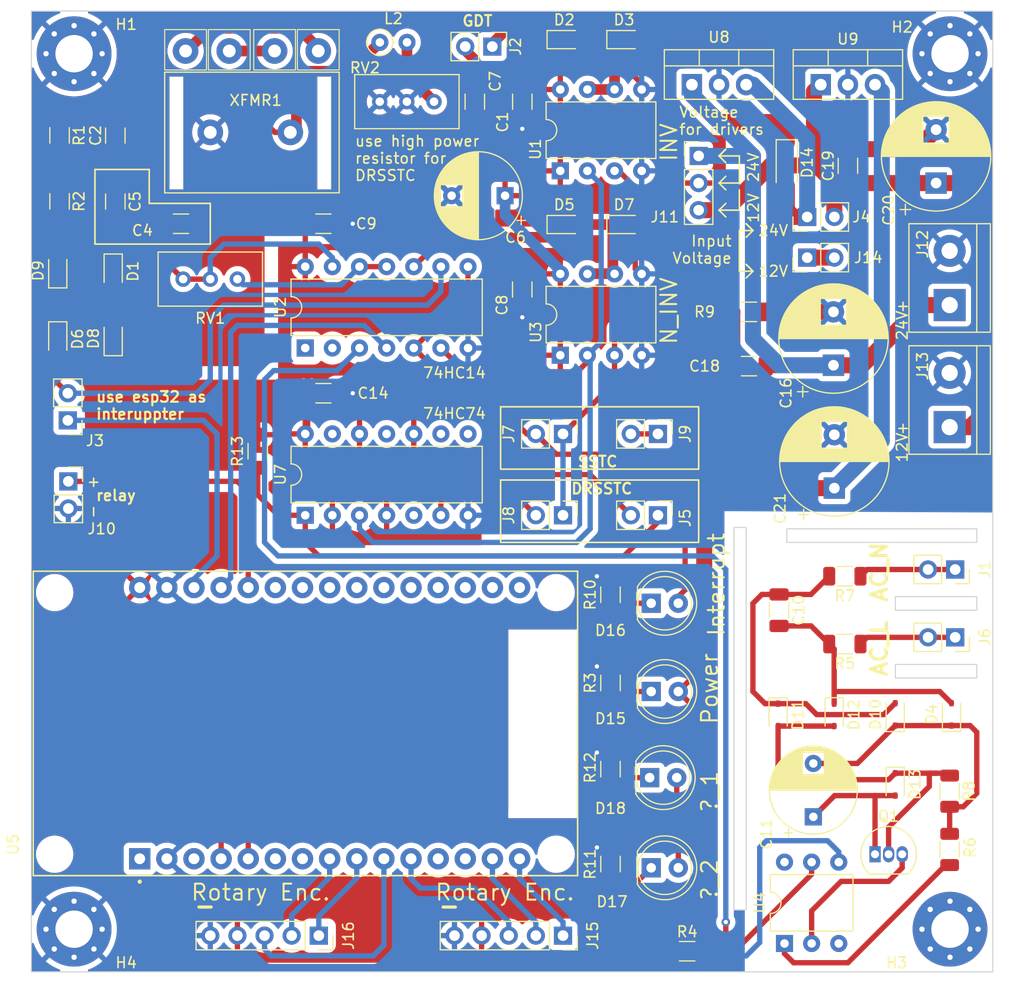
<source format=kicad_pcb>
(kicad_pcb (version 20221018) (generator pcbnew)
  (layers (0 "F.Cu" signal) (31 "B.Cu" signal) (34 "B.Paste" user) (35 "F.Paste" user) (36 "B.SilkS" user "B.Silkscreen") (37 "F.SilkS" user "F.Silkscreen") (38 "B.Mask" user) (39 "F.Mask" user) (44 "Edge.Cuts" user))
  (net 0 "")
  (net 1 "Net-(D11-A)")
  (net 2 "Net-(D10-A)")
  (net 3 "GND")
  (net 4 "+12V")
  (net 5 "Net-(C4-Pad2)")
  (net 6 "Net-(C2-Pad2)")
  (net 7 "Net-(D5-A)")
  (net 8 "Net-(J2-Pin_2)")
  (net 9 "+5V")
  (net 10 "Net-(D13-A)")
  (net 11 "Net-(D10-K)")
  (net 12 "Net-(D12-K)")
  (net 13 "Net-(D2-A)")
  (net 14 "Net-(D6-A)")
  (net 15 "Net-(L2-Pad2)")
  (net 16 "Net-(D1-K)")
  (net 17 "Net-(C2-Pad1)")
  (net 18 "Net-(Q1-C)")
  (net 19 "UCC_EN")
  (net 20 "AC_L")
  (net 21 "AC_N")
  (net 22 "Net-(R4-Pad2)")
  (net 23 "Net-(R6-Pad1)")
  (net 24 "OPTO")
  (net 25 "Net-(J5-Pin_1)")
  (net 26 "INT_INV")
  (net 37 "RELAY_EN")
  (net 38 "RE2_SW")
  (net 39 "RE2_B")
  (net 40 "RE2_A")
  (net 41 "RE1_SW")
  (net 42 "RE1_A")
  (net 43 "RE1_B")
  (net 49 "INT_ESP")
  (net 50 "unconnected-(XFMR1-Pad3)")
  (net 51 "unconnected-(XFMR1-Pad4)")
  (net 52 "INT_NON_INV")
  (net 53 "Net-(J8-Pin_2)")
  (net 54 "Net-(J9-Pin_1)")
  (net 55 "Net-(RV1-Pad3)")
  (net 56 "UCC_CLOCK")
  (net 63 "+24V")
  (net 64 "Net-(C18-Pad2)")
  (net 65 "VCC")
  (net 67 "Net-(D14-A)")
  (net 68 "Net-(J14-Pin_1)")
  (net 69 "Net-(D15-K)")
  (net 70 "Net-(D16-K)")
  (net 74 "Net-(D17-K)")
  (net 75 "Net-(D17-A)")
  (net 77 "Net-(D18-K)")
  (net 78 "Net-(D18-A)")
  (footprint "Capacitor_SMD:C_1206_3216Metric" (layer "F.Cu") (at 29.01 34.925 180)
    (fp_text reference "C4")
    (fp_text value "?")
  )
  (footprint "MountingHole:MountingHole_3.5mm_Pad_Via" (layer "F.Cu") (at 19 19)
    (fp_text reference "H1")
    (fp_text value "MountingHole_Pad")
  )
  (footprint "Connector_PinHeader_2.54mm:PinHeader_1x02_P2.54mm_Vertical" (layer "F.Cu") (at 87.63 34.29 90)
    (fp_text reference "J4")
    (fp_text value "24V")
  )
  (footprint "Resistor_SMD:R_1206_3216Metric_Pad1.30x1.75mm_HandSolder" (layer "F.Cu") (at 82.1775 43.18)
    (fp_text reference "R9")
    (fp_text value "1r")
  )
  (footprint "Resistor_SMD:R_1206_3216Metric_Pad1.30x1.75mm_HandSolder" (layer "F.Cu") (at 36.195 56.235 -90)
    (fp_text reference "R13")
    (fp_text value "10k")
  )
  (footprint "Capacitor_SMD:C_1206_3216Metric" (layer "F.Cu") (at 42.34 34.925)
    (fp_text reference "C9")
    (fp_text value "100n")
  )
  (footprint "Connector_PinHeader_2.54mm:PinHeader_1x02_P2.54mm_Vertical" (layer "F.Cu") (at 73.66 62.23 -90)
    (fp_text reference "J5")
    (fp_text value "DRSSTC")
  )
  (footprint "Connector_PinHeader_2.54mm:PinHeader_1x02_P2.54mm_Vertical" (layer "F.Cu") (at 58.155 18.33 -90)
    (fp_text reference "J2")
    (fp_text value "GDT")
  )
  (footprint "Package_DIP:DIP-14_W7.62mm" (layer "F.Cu") (at 40.64 62.23 90)
    (fp_text reference "U7")
    (fp_text value "74HC74")
  )
  (footprint "Package_DIP:DIP-6_W7.62mm" (layer "F.Cu") (at 85.505 102.3375 90)
    (fp_text reference "U4")
    (fp_text value "4N35")
  )
  (footprint "Diode_SMD:D_SOD-323" (layer "F.Cu") (at 22.66 45.675 90)
    (fp_text reference "D8")
    (fp_text value "1N5819")
  )
  (footprint "Connector_PinSocket_2.54mm:PinSocket_1x05_P2.54mm_Vertical" (layer "F.Cu") (at 64.77 101.6 -90)
    (fp_text reference "J15")
    (fp_text value "Conn_01x05")
  )
  (footprint "Potentiometer_THT:Potentiometer_Bourns_3296W_Vertical" (layer "F.Cu") (at 47.615 23.495 180)
    (fp_text reference "RV2")
    (fp_text value "100r")
  )
  (footprint "Resistor_SMD:R_1206_3216Metric" (layer "F.Cu") (at 91.1525 67.94 180)
    (fp_text reference "R7")
    (fp_text value "220k")
  )
  (footprint "MountingHole:MountingHole_3.5mm_Pad_Via" (layer "F.Cu") (at 101 101)
    (fp_text reference "H3")
    (fp_text value "MountingHole_Pad")
  )
  (footprint "Capacitor_THT:CP_Radial_D10.0mm_P5.00mm" (layer "F.Cu") (at 90.09 48.18 90)
    (fp_text reference "C16")
    (fp_text value "330u")
  )
  (footprint "Diode_SMD:D_SOD-323" (layer "F.Cu") (at 17.475 39.325 90)
    (fp_text reference "D9")
    (fp_text value "1N5819")
  )
  (footprint "Package_DIP:DIP-8_W7.62mm" (layer "F.Cu") (at 64.516 29.972 90)
    (fp_text reference "U1")
    (fp_text value "UCC27321P")
  )
  (footprint "Capacitor_SMD:C_1206_3216Metric_Pad1.33x1.80mm_HandSolder" (layer "F.Cu") (at 91.44 29.5025 90)
    (fp_text reference "C19")
    (fp_text value "100n")
  )
  (footprint "MountingHole:MountingHole_3.5mm_Pad_Via" (layer "F.Cu") (at 101 19)
    (fp_text reference "H2")
    (fp_text value "MountingHole_Pad")
  )
  (footprint "LED_THT:LED_D5.0mm_Clear" (layer "F.Cu") (at 73.025 70.47)
    (fp_text reference "D16")
    (fp_text value "LED_Small_Filled")
  )
  (footprint "Resistor_SMD:R_1206_3216Metric_Pad1.30x1.75mm_HandSolder" (layer "F.Cu") (at 69.215 94.895 -90)
    (fp_text reference "R11")
    (fp_text value "1k")
  )
  (footprint "Resistor_SMD:R_1206_3216Metric_Pad1.30x1.75mm_HandSolder" (layer "F.Cu") (at 69.215 69.67 -90)
    (fp_text reference "R10")
    (fp_text value "1k")
  )
  (footprint "MountingHole:MountingHole_3.5mm_Pad_Via" (layer "F.Cu") (at 19 101)
    (fp_text reference "H4")
    (fp_text value "MountingHole_Pad")
  )
  (footprint "LED_THT:LED_D5.0mm_Clear" (layer "F.Cu") (at 73.025 78.74)
    (fp_text reference "D15")
    (fp_text value "LED_Small_Filled")
  )
  (footprint "Diode_SMD:D_SOD-323" (layer "F.Cu") (at 95.87 87.4375 -90)
    (fp_text reference "D13")
    (fp_text value "1N5819")
  )
  (footprint "Package_TO_SOT_THT:TO-220-3_Vertical" (layer "F.Cu") (at 76.835 21.9)
    (fp_text reference "U8")
    (fp_text value "LM7812_TO220")
  )
  (footprint "Package_TO_SOT_THT:TO-92_Inline" (layer "F.Cu") (at 93.98 93.98)
    (fp_text reference "Q1")
    (fp_text value "2N3904")
  )
  (footprint "Diode_SMD:D_SOD-323" (layer "F.Cu") (at 101.135 80.88 90)
    (fp_text reference "D4")
    (fp_text value "1N5819")
  )
  (footprint "Diode_SMD:D_SOD-323" (layer "F.Cu") (at 70.485 35)
    (fp_text reference "D7")
    (fp_text value "1N5819")
  )
  (footprint "Connector_PinSocket_2.54mm:PinSocket_1x05_P2.54mm_Vertical" (layer "F.Cu") (at 41.91 101.6 -90)
    (fp_text reference "J16")
    (fp_text value "Conn_01x05")
  )
  (footprint "Connector_PinSocket_2.54mm:PinSocket_1x02_P2.54mm_Vertical" (layer "F.Cu") (at 18.465 59.055)
    (fp_text reference "J10")
    (fp_text value "Conn_01x02")
  )
  (footprint "Connector_PinSocket_2.54mm:PinSocket_1x02_P2.54mm_Vertical" (layer "F.Cu") (at 101.485 67.31 -90)
    (fp_text reference "J1")
    (fp_text value "Conn_01x02")
  )
  (footprint "Package_DIP:DIP-14_W7.62mm" (layer "F.Cu") (at 40.64 46.565 90)
    (fp_text reference "U2")
    (fp_text value "74HC14")
  )
  (footprint "Diode_SMD:D_SOD-323" (layer "F.Cu") (at 84.905 80.925 -90)
    (fp_text reference "D11")
    (fp_text value "1N5819")
  )
  (footprint "Resistor_SMD:R_1206_3216Metric" (layer "F.Cu") (at 17.645 26.65 -90)
    (fp_text reference "R1")
    (fp_text value "1k")
  )
  (footprint "Package_DIP:DIP-8_W7.62mm" (layer "F.Cu") (at 64.516 47.244 90)
    (fp_text reference "U3")
    (fp_text value "UCC27322P")
  )
  (footprint "Diode_SMD:D_SOD-323" (layer "F.Cu") (at 64.885 35)
    (fp_text reference "D5")
    (fp_text value "1N5819")
  )
  (footprint "Capacitor_SMD:C_1206_3216Metric" (layer "F.Cu") (at 84.995 71.12 -90)
    (fp_text reference "C10")
    (fp_text value "1n")
  )
  (footprint "Connector_PinHeader_2.54mm:PinHeader_1x03_P2.54mm_Vertical" (layer "F.Cu") (at 77.47 28.575)
    (fp_text reference "J11")
    (fp_text value "Conn_01x03")
  )
  (footprint "Capacitor_THT:CP_Radial_D8.0mm_P5.00mm" (layer "F.Cu") (at 88.205 90.475151 90)
    (fp_text reference "C11")
    (fp_text value "10u@10v")
  )
  (footprint "Inductor_THT:L_Axial_L5.3mm_D2.2mm_P2.54mm_Vertical_Vishay_IM-1" (layer "F.Cu") (at 47.625 17.9375)
    (fp_text reference "L2")
    (fp_text value "L_Small")
  )
  (footprint "Diode_SMD:D_SOD-123" (layer "F.Cu") (at 85.725 29.4175 -90)
    (fp_text reference "D14")
    (fp_text value "1N4007")
  )
  (footprint "Resistor_SMD:R_1206_3216Metric" (layer "F.Cu") (at 17.645 32.8275 -90)
    (fp_text reference "R2")
    (fp_text value "1k")
  )
  (footprint "Connector_PinHeader_2.54mm:PinHeader_1x02_P2.54mm_Vertical" (layer "F.Cu") (at 64.77 54.61 -90)
    (fp_text reference "J7")
    (fp_text value "SSTC")
  )
  (footprint "A_My_Library:feedback_core" (layer "F.Cu") (at 30.48 26.3665)
    (fp_text reference "XFMR1")
    (fp_text value "LTE-99002")
    (fp_line (start -2.54 -5.207) (end -2.54 5.334) (stroke (width 0.05)) (layer "Edge.Cuts"))
    (fp_line (start -2.54 5.334) (end -1.27 5.334) (stroke (width 0.05)) (layer "Edge.Cuts"))
    (fp_line (start -1.27 -5.207) (end -2.54 -5.207) (stroke (width 0.05)) (layer "Edge.Cuts"))
    (fp_line (start -1.27 5.334) (end -1.27 -5.207) (stroke (width 0.05)) (layer "Edge.Cuts"))
    (fp_line (start 11.303 -5.207) (end 11.303 5.334) (stroke (width 0.05)) (layer "Edge.Cuts"))
    (fp_line (start 11.303 5.334) (end 12.573 5.334) (stroke (width 0.05)) (layer "Edge.Cuts"))
    (fp_line (start 12.573 -5.207) (end 11.303 -5.207) (stroke (width 0.05)) (layer "Edge.Cuts"))
    (fp_line (start 12.573 5.334) (end 12.573 -5.207) (stroke (width 0.05)) (layer "Edge.Cuts"))
  )
  (footprint "Capacitor_SMD:C_1206_3216Metric" (layer "F.Cu") (at 56.515 23.495 90)
    (fp_text reference "C7")
    (fp_text value "1u")
  )
  (footprint "Diode_SMD:D_SOD-323" (layer "F.Cu") (at 90.155 80.925 -90)
    (fp_text reference "D12")
    (fp_text value "1N5819")
  )
  (footprint "Capacitor_THT:CP_Radial_D8.0mm_P5.00mm" (layer "F.Cu") (at 59.345 32.3 180)
    (fp_text reference "C6")
    (fp_text value "10u")
  )
  (footprint "Capacitor_SMD:C_1206_3216Metric" (layer "F.Cu") (at 22.86 32.8475 -90)
    (fp_text reference "C5")
    (fp_text value "10n")
  )
  (footprint "Capacitor_SMD:C_1206_3216Metric" (layer "F.Cu") (at 22.86 26.67 90)
    (fp_text reference "C2")
    (fp_text value "100n")
  )
  (footprint "Potentiometer_THT:Potentiometer_Bourns_3296W_Vertical" (layer "F.Cu") (at 29.21 40.115 180)
    (fp_text reference "RV1")
    (fp_text value "20k")
  )
  (footprint "Capacitor_SMD:C_1206_3216Metric" (layer "F.Cu") (at 60.96 23.495 90)
    (fp_text reference "C1")
    (fp_text value "100n")
  )
  (footprint "Connector_PinHeader_2.54mm:PinHeader_1x02_P2.54mm_Vertical" (layer "F.Cu") (at 73.66 54.61 -90)
    (fp_text reference "J9")
    (fp_text value "SSTC_DUMMY")
  )
  (footprint "Resistor_SMD:R_1206_3216Metric" (layer "F.Cu") (at 76.3925 103.0625)
    (fp_text reference "R4")
    (fp_text value "4k7")
  )
  (footprint "Resistor_SMD:R_1206_3216Metric_Pad1.30x1.75mm_HandSolder" (layer "F.Cu") (at 69.215 77.94 90)
    (fp_text reference "R3")
    (fp_text value "1k")
  )
  (footprint "Capacitor_THT:CP_Radial_D10.0mm_P5.00mm" (layer "F.Cu") (at 99.695 31.115 90)
    (fp_text reference "C20")
    (fp_text value "330u")
  )
  (footprint "Diode_SMD:D_SOD-323" (layer "F.Cu") (at 64.885 17.68)
    (fp_text reference "D2")
    (fp_text value "1N5819")
  )
  (footprint "Capacitor_SMD:C_1206_3216Metric" (layer "F.Cu") (at 60.954349 41.085 90)
    (fp_text reference "C8")
    (fp_text value "100n")
  )
  (footprint "Diode_SMD:D_SOD-323" (layer "F.Cu") (at 17.475 45.72 -90)
    (fp_text reference "D6")
    (fp_text value "1N5819")
  )
  (footprint "Connector_PinHeader_2.54mm:PinHeader_1x02_P2.54mm_Vertical" (layer "F.Cu") (at 87.63 38.1 90)
    (fp_text reference "J14")
    (fp_text value "12V")
  )
  (footprint "LED_THT:LED_D5.0mm_Clear" (layer "F.Cu") (at 73.025 95.25)
    (fp_text reference "D17")
    (fp_text value "LED_Small_Filled")
  )
  (footprint "Resistor_SMD:R_1206_3216Metric_Pad1.30x1.75mm_HandSolder" (layer "F.Cu") (at 69.215 86.005 -90)
    (fp_text reference "R12")
    (fp_text value "1k")
  )
  (footprint "A_My_Library:MODULE_ESP32_DEVKIT_V1" (layer "F.Cu") (at 40.66 81.7 90)
    (fp_text reference "U5")
    (fp_text value "ESP32-DEVKIT-V1")
  )
  (footprint "Diode_SMD:D_SOD-323" (layer "F.Cu") (at 22.66 39.37 -90)
    (fp_text reference "D1")
    (fp_text value "1N5819")
  )
  (footprint "Resistor_SMD:R_1206_3216Metric" (layer "F.Cu") (at 100.965 93.53 90)
    (fp_text reference "R6")
    (fp_text value "1k")
  )
  (footprint "Capacitor_SMD:C_1206_3216Metric" (layer "F.Cu") (at 42.34 50.8)
    (fp_text reference "C14")
    (fp_text value "100n")
  )
  (footprint "Package_TO_SOT_THT:TO-220-3_Vertical" (layer "F.Cu") (at 88.9 21.9)
    (fp_text reference "U9")
    (fp_text value "LM7805_TO220")
  )
  (footprint "TerminalBlock:TerminalBlock_bornier-2_P5.08mm" (layer "F.Cu") (at 100.965 42.545 90)
    (fp_text reference "J12")
    (fp_text value "24V")
  )
  (footprint "Connector_PinSocket_2.54mm:PinSocket_1x02_P2.54mm_Vertical" (layer "F.Cu") (at 101.485 73.66 -90)
    (fp_text reference "J6")
    (fp_text value "Conn_01x02")
  )
  (footprint "Capacitor_SMD:C_1206_3216Metric_Pad1.33x1.80mm_HandSolder" (layer "F.Cu") (at 82.1775 48.26 180)
    (fp_text reference "C18")
    (fp_text value "4.7u")
  )
  (footprint "Resistor_SMD:R_1206_3216Metric" (layer "F.Cu") (at 91.1525 74.29 180)
    (fp_text reference "R5")
    (fp_text value "220k")
  )
  (footprint "TerminalBlock:TerminalBlock_bornier-2_P5.08mm" (layer "F.Cu") (at 100.965 53.975 90)
    (fp_text reference "J13")
    (fp_text value "12V")
  )
  (footprint "Connector_PinHeader_2.54mm:PinHeader_1x02_P2.54mm_Vertical" (layer "F.Cu") (at 18.415 53.34 180)
    (fp_text reference "J3")
    (fp_text value "Int_esp")
  )
  (footprint "Resistor_SMD:R_1206_3216Metric" (layer "F.Cu") (at 100.965 88.0725 -90)
    (fp_text reference "R8")
    (fp_text value "22k")
  )
  (footprint "Diode_SMD:D_SOD-323" (layer "F.Cu") (at 95.87 80.88 90)
    (fp_text reference "D10")
    (fp_text value "1N5819")
  )
  (footprint "Capacitor_THT:CP_Radial_D10.0mm_P5.00mm" (layer "F.Cu") (at 90.17 59.69 90)
    (fp_text reference "C21")
    (fp_text value "330u")
  )
  (footprint "Connector_PinHeader_2.54mm:PinHeader_1x02_P2.54mm_Vertical" (layer "F.Cu") (at 64.77 62.23 -90)
    (fp_text reference "J8")
    (fp_text value "DRSSTC")
  )
  (footprint "Diode_SMD:D_SOD-323" (layer "F.Cu") (at 70.485 17.68)
    (fp_text reference "D3")
    (fp_text value "1N5819")
  )
  (footprint "LED_THT:LED_D5.0mm_Clear" (layer "F.Cu") (at 72.88 86.805)
    (fp_text reference "D18")
    (fp_text value "LED_Small_Filled")
  )
  (gr_line (start 81.28 33.655) (end 79.375 33.655) (stroke (width 0.15)) (layer "F.SilkS"))
  (gr_line (start 81.28 31.115) (end 79.375 31.115) (stroke (width 0.15)) (layer "F.SilkS"))
  (gr_rect (start 58.928 52.07) (end 77.47 57.912) (stroke (width 0.15)) (fill none) (layer "F.SilkS"))
  (gr_line (start 79.375 31.115) (end 80.01 30.48) (stroke (width 0.15)) (layer "F.SilkS"))
  (gr_line (start 81.28 28.575) (end 81.28 31.115) (stroke (width 0.15)) (layer "F.SilkS"))
  (gr_line (start 79.375 33.655) (end 80.01 34.29) (stroke (width 0.15)) (layer "F.SilkS"))
  (gr_line (start 79.375 31.115) (end 80.01 31.75) (stroke (width 0.15)) (layer "F.SilkS"))
  (gr_line (start 79.375 28.575) (end 80.01 29.21) (stroke (width 0.15)) (layer "F.SilkS"))
  (gr_line (start 80.01 27.94) (end 79.375 28.575) (stroke (width 0.15)) (layer "F.SilkS"))
  (gr_line (start 20.955 36.83) (end 20.955 29.845) (stroke (width 0.15)) (layer "F.SilkS"))
  (gr_line (start 82.55 39.37) (end 81.915 40.005) (stroke (width 0.15)) (layer "F.SilkS"))
  (gr_line (start 31.75 36.83) (end 20.955 36.83) (stroke (width 0.15)) (layer "F.SilkS"))
  (gr_line (start 26.035 33.02) (end 31.75 33.02) (stroke (width 0.15)) (layer "F.SilkS"))
  (gr_line (start 82.55 35.56) (end 81.915 36.195) (stroke (width 0.15)) (layer "F.SilkS"))
  (gr_line (start 79.375 33.655) (end 80.01 33.02) (stroke (width 0.15)) (layer "F.SilkS"))
  (gr_line (start 81.915 34.925) (end 82.55 35.56) (stroke (width 0.15)) (layer "F.SilkS"))
  (gr_line (start 26.035 29.845) (end 26.035 33.02) (stroke (width 0.15)) (layer "F.SilkS"))
  (gr_line (start 82.55 39.37) (end 81.915 38.735) (stroke (width 0.15)) (layer "F.SilkS"))
  (gr_line (start 20.955 29.845) (end 26.035 29.845) (stroke (width 0.15)) (layer "F.SilkS"))
  (gr_line (start 81.28 35.56) (end 82.55 35.56) (stroke (width 0.15)) (layer "F.SilkS"))
  (gr_line (start 31.75 33.02) (end 31.75 36.83) (stroke (width 0.15)) (layer "F.SilkS"))
  (gr_line (start 81.28 39.37) (end 82.55 39.37) (stroke (width 0.15)) (layer "F.SilkS"))
  (gr_line (start 81.915 38.735) (end 82.55 39.37) (stroke (width 0.15)) (layer "F.SilkS"))
  (gr_line (start 81.28 31.75) (end 81.28 33.655) (stroke (width 0.15)) (layer "F.SilkS"))
  (gr_line (start 79.375 28.575) (end 81.28 28.575) (stroke (width 0.15)) (layer "F.SilkS"))
  (gr_rect (start 58.928 58.928) (end 77.47 64.77) (stroke (width 0.15)) (fill none) (layer "F.SilkS"))
  (gr_line (start 82.55 35.56) (end 81.915 34.925) (stroke (width 0.15)) (layer "F.SilkS"))
  (gr_line (start 79.375 28.575) (end 80.01 27.94) (stroke (width 0.15)) (layer "F.SilkS"))
  (gr_line (start 81.28 39.37) (end 81.28 35.56) (stroke (width 0.15)) (layer "F.SilkS"))
  (gr_rect (start 80.772 63.373) (end 81.915 99.187) (stroke (width 0.1)) (fill none) (layer "Edge.Cuts"))
  (gr_line (start 103.505 71.12) (end 103.505 69.85) (stroke (width 0.1)) (layer "Edge.Cuts"))
  (gr_line (start 103.505 77.47) (end 103.505 76.2) (stroke (width 0.1)) (layer "Edge.Cuts"))
  (gr_line (start 103.505 63.5) (end 85.725 63.5) (stroke (width 0.1)) (layer "Edge.Cuts"))
  (gr_line (start 95.885 71.12) (end 103.505 71.12) (stroke (width 0.1)) (layer "Edge.Cuts"))
  (gr_rect locked (start 15 15) (end 105 105) (stroke (width 0.1)) (fill none) (layer "Edge.Cuts"))
  (gr_line (start 103.505 64.77) (end 103.505 63.5) (stroke (width 0.1)) (layer "Edge.Cuts"))
  (gr_line (start 85.725 64.77) (end 103.505 64.77) (stroke (width 0.1)) (layer "Edge.Cuts"))
  (gr_line (start 95.885 77.47) (end 103.505 77.47) (stroke (width 0.1)) (layer "Edge.Cuts"))
  (gr_line (start 103.505 76.2) (end 95.885 76.2) (stroke (width 0.1)) (layer "Edge.Cuts"))
  (gr_line (start 103.505 69.85) (end 95.885 69.85) (stroke (width 0.1)) (layer "Edge.Cuts"))
  (gr_line (start 95.885 76.2) (end 95.885 77.47) (stroke (width 0.1)) (layer "Edge.Cuts"))
  (gr_line (start 85.725 63.5) (end 85.725 64.77) (stroke (width 0.1)) (layer "Edge.Cuts"))
  (gr_line (start 95.885 69.85) (end 95.885 71.12) (stroke (width 0.1)) (layer "Edge.Cuts"))
  (gr_text "12V" (at 83.185 34.925 90) (layer "F.SilkS") (effects (font (size 1 1)) (justify left bottom)))
  (gr_text "Input\nVoltage" (at 80.645 38.735) (layer "F.SilkS") (effects (font (size 1 1)) (justify right bottom)))
  (gr_text "use esp32 as\ninteruppter" (at 20.955 53.34) (layer "F.SilkS") (effects (font (size 1 1) (thickness 0.2) bold) (justify left bottom)))
  (gr_text "?_1" (at 79.375 90.17 90) (layer "F.SilkS") (effects (font (size 1.5 1.5) (thickness 0.1875)) (justify left bottom)))
  (gr_text "INV" (at 75.565 29.21 90) (layer "F.SilkS") (effects (font (size 1.5 1.5) (thickness 0.1875)) (justify left bottom)))
  (gr_text "Rotary Enc." (at 52.705 98.425) (layer "F.SilkS") (effects (font (size 1.5 1.5) (thickness 0.1875)) (justify left bottom)))
  (gr_text "GDT" (at 55.245 16.51) (layer "F.SilkS") (effects (font (size 1 1) (thickness 0.2) bold) (justify left bottom)))
  (gr_text "SSTC" (at 66.04 57.785) (layer "F.SilkS") (effects (font (size 1 1) (thickness 0.2) bold) (justify left bottom)))
  (gr_text "+" (at 95.885 43.18) (layer "F.SilkS") (effects (font (size 1 1)) (justify left bottom)))
  (gr_text "N_INV" (at 75.565 46.355 90) (layer "F.SilkS") (effects (font (size 1.5 1.5) (thickness 0.1875)) (justify left bottom)))
  (gr_text "24V" (at 83.185 31.115 90) (layer "F.SilkS") (effects (font (size 1 1)) (justify left bottom)))
  (gr_text "-" (at 32.385 99.695) (layer "F.SilkS") (effects (font (size 1.5 1.5) (thickness 0.3) bold) (justify left bottom mirror)))
  (gr_text "+" (at 95.885 54.61) (layer "F.SilkS") (effects (font (size 1 1)) (justify left bottom)))
  (gr_text "Interrupt" (at 80.01 73.66 90) (layer "F.SilkS") (effects (font (size 1.5 1.5) (thickness 0.1875)) (justify left bottom)))
  (gr_text "+  -" (at 20.32 58.42 -90) (layer "F.SilkS") (effects (font (size 1 1)) (justify left bottom)))
  (gr_text "AC_L" (at 95.25 77.47 90) (layer "F.SilkS") (effects (font (size 1.5 1.5) (thickness 0.3) bold) (justify left bottom)))
  (gr_text "Voltage \nfor drivers" (at 75.565 26.67) (layer "F.SilkS") (effects (font (size 1 1)) (justify left bottom)))
  (gr_text "-" (at 55.245 99.695) (layer "F.SilkS") (effects (font (size 1.5 1.5) (thickness 0.3) bold) (justify left bottom mirror)))
  (gr_text "AC_N" (at 95.25 70.485 90) (layer "F.SilkS") (effects (font (size 1.5 1.5) (thickness 0.3) bold) (justify left bottom)))
  (gr_text "use high power\nresistor for\nDRSSTC" (at 45.212 30.988) (layer "F.SilkS") (effects (font (size 1 1)) (justify left bottom)))
  (gr_text "Rotary Enc." (at 29.845 98.425) (layer "F.SilkS") (effects (font (size 1.5 1.5) (thickness 0.1875)) (justify left bottom)))
  (gr_text "?_2" (at 79.375 98.425 90) (layer "F.SilkS") (effects (font (size 1.5 1.5) (thickness 0.1875)) (justify left bottom)))
  (gr_text "Power" (at 79.375 81.915 90) (layer "F.SilkS") (effects (font (size 1.5 1.5) (thickness 0.1875)) (justify left bottom)))
  (gr_text "relay" (at 20.955 60.96) (layer "F.SilkS") (effects (font (size 1 1) (thickness 0.2) bold) (justify left bottom)))
  (gr_text "DRSSTC" (at 65.435 60.325) (layer "F.SilkS") (effects (font (size 1 1) (thickness 0.2) bold) (justify left bottom)))
  (segment (start 84.905 86.048) (end 85.852 86.995) (width 0.5) (layer "F.Cu") (net 1))
  (segment (start 95.25 91.44) (end 99.06 87.63) (width 0.5) (layer "F.Cu") (net 1))
  (segment (start 85.852 86.995) (end 95.2625 86.995) (width 0.5) (layer "F.Cu") (net 1))
  (segment (start 99.695 86.3875) (end 100.7425 86.3875) (width 0.5) (layer "F.Cu") (net 1))
  (segment (start 100.7425 86.3875) (end 100.965 86.61) (width 0.5) (layer "F.Cu") (net 1))
  (segment (start 84.905 81.975) (end 84.905 86.048) (width 0.5) (layer "F.Cu") (net 1))
  (segment (start 95.2625 86.995) (end 95.87 86.3875) (width 0.5) (layer "F.Cu") (net 1))
  (segment (start 95.25 93.98) (end 95.25 91.44) (width 0.5) (layer "F.Cu") (net 1))
  (segment (start 95.87 86.3875) (end 99.695 86.3875) (width 0.5) (layer "F.Cu") (net 1))
  (segment (start 99.06 87.63) (end 99.06 86.3875) (width 0.5) (layer "F.Cu") (net 1))
  (segment (start 99.06 86.3875) (end 99.695 86.3875) (width 0.5) (layer "F.Cu") (net 1))
  (segment (start 84.905 81.975) (end 90.155 81.975) (width 0.5) (layer "F.Cu") (net 1))
  (segment (start 87.495 79.875) (end 88.519 80.899) (width 0.5) (layer "F.Cu") (net 2))
  (segment (start 88.519 80.899) (end 94.801 80.899) (width 0.5) (layer "F.Cu") (net 2))
  (segment (start 83.685 79.875) (end 84.905 79.875) (width 0.5) (layer "F.Cu") (net 2))
  (segment (start 82.55 70.485) (end 82.55 78.74) (width 0.5) (layer "F.Cu") (net 2))
  (segment (start 94.801 80.899) (end 95.87 79.83) (width 0.5) (layer "F.Cu") (net 2))
  (segment (start 84.995 69.645) (end 83.39 69.645) (width 0.5) (layer "F.Cu") (net 2))
  (segment (start 84.995 69.645) (end 87.985 69.645) (width 0.5) (layer "F.Cu") (net 2))
  (segment (start 87.985 69.645) (end 89.69 67.94) (width 0.5) (layer "F.Cu") (net 2))
  (segment (start 82.55 78.74) (end 83.685 79.875) (width 0.5) (layer "F.Cu") (net 2))
  (segment (start 83.39 69.645) (end 82.55 70.485) (width 0.5) (layer "F.Cu") (net 2))
  (segment (start 84.905 79.875) (end 87.495 79.875) (width 0.5) (layer "F.Cu") (net 2))
  (segment (start 43.815 34.925) (end 45.085 34.925) (width 0.5) (layer "F.Cu") (net 3))
  (segment (start 69.215 93.345) (end 67.945 93.345) (width 0.5) (layer "F.Cu") (net 3))
  (segment (start 97.87 27.94) (end 99.695 26.115) (width 1.5) (layer "F.Cu") (net 3))
  (segment (start 69.215 76.39) (end 67.945 76.39) (width 0.5) (layer "F.Cu") (net 3))
  (segment (start 60.96 24.97) (end 60.96 26.035) (width 0.5) (layer "F.Cu") (net 3))
  (segment (start 60.954349 42.56) (end 60.954349 43.682349) (width 0.5) (layer "F.Cu") (net 3))
  (segment (start 69.215 68.12) (end 68.12 68.12) (width 0.5) (layer "F.Cu") (net 3))
  (segment (start 91.44 27.94) (end 97.87 27.94) (width 1.5) (layer "F.Cu") (net 3))
  (segment (start 71.535 17.68) (end 71.535 21.215) (width 0.5) (layer "F.Cu") (net 3))
  (segment (start 71.535 35) (end 71.535 39.15) (width 0.5) (layer "F.Cu") (net 3))
  (segment (start 90.09 43.18) (end 83.7275 43.18) (width 1.5) (layer "F.Cu") (net 3))
  (segment (start 60.954349 43.682349) (end 60.96 43.688) (width 0.5) (layer "F.Cu") (net 3))
  (segment (start 69.215 84.455) (end 67.945 84.455) (width 0.5) (layer "F.Cu") (net 3))
  (segment (start 71.535 21.215) (end 72.39 22.07) (width 0.5) (layer "F.Cu") (net 3))
  (segment (start 43.815 50.8) (end 45.085 50.8) (width 0.5) (layer "F.Cu") (net 3))
  (segment (start 68.12 68.12) (end 67.945 67.945) (width 0.5) (layer "F.Cu") (net 3))
  (segment (start 71.535 39.15) (end 71.92 39.535) (width 0.5) (layer "F.Cu") (net 3))
  (via (at 60.96 26.035) (size 0.8) (drill 0.4) (layers "F.Cu" "B.Cu") (net 3))
  (via (at 67.945 67.945) (size 0.8) (drill 0.4) (layers "F.Cu" "B.Cu") (net 3))
  (via (at 45.085 34.925) (size 0.8) (drill 0.4) (layers "F.Cu" "B.Cu") (net 3))
  (via (at 60.96 43.688) (size 0.8) (drill 0.4) (layers "F.Cu" "B.Cu") (net 3))
  (via (at 45.085 50.8) (size 0.8) (drill 0.4) (layers "F.Cu" "B.Cu") (net 3))
  (via (at 67.945 84.455) (size 0.8) (drill 0.4) (layers "F.Cu" "B.Cu") (net 3))
  (via (at 67.945 76.39) (size 0.8) (drill 0.4) (layers "F.Cu" "B.Cu") (net 3))
  (via (at 67.945 93.345) (size 0.8) (drill 0.4) (layers "F.Cu" "B.Cu") (net 3))
  (segment (start 81.915 103.505) (end 83.185 102.235) (width 0.5) (layer "B.Cu") (net 3))
  (segment (start 83.185 102.235) (end 83.185 93.345) (width 0.5) (layer "B.Cu") (net 3))
  (segment (start 78.105 103.505) (end 81.915 103.505) (width 0.5) (layer "B.Cu") (net 3))
  (segment (start 90.585 93.76) (end 90.585 94.7175) (width 0.5) (layer "B.Cu") (net 3))
  (segment (start 83.82 92.71) (end 89.535 92.71) (width 0.5) (layer "B.Cu") (net 3))
  (segment (start 89.535 92.71) (end 90.585 93.76) (width 0.5) (layer "B.Cu") (net 3))
  (segment (start 83.185 93.345) (end 83.82 92.71) (width 0.5) (layer "B.Cu") (net 3))
  (segment (start 102.87 53.975) (end 104.14 52.705) (width 1.5) (layer "F.Cu") (net 4))
  (segment (start 100.965 53.975) (end 102.87 53.975) (width 1.5) (layer "F.Cu") (net 4))
  (segment (start 90.17 31.115) (end 88.265 29.21) (width 1.5) (layer "F.Cu") (net 4))
  (segment (start 80.01 33.655) (end 77.47 33.655) (width 1.5) (layer "F.Cu") (net 4))
  (segment (start 88.265 29.21) (end 88.0075 29.4675) (width 1.5) (layer "F.Cu") (net 4))
  (segment (start 88.265 22.535) (end 88.9 21.9) (width 1.5) (layer "F.Cu") (net 4))
  (segment (start 104.14 33.02) (end 102.235 31.115) (width 1.5) (layer "F.Cu") (net 4))
  (segment (start 84.1975 29.4675) (end 80.01 33.655) (width 1.5) (layer "F.Cu") (net 4))
  (segment (start 99.695 31.115) (end 90.17 31.115) (width 1.5) (layer "F.Cu") (net 4))
  (segment (start 104.14 52.705) (end 104.14 33.02) (width 1.5) (layer "F.Cu") (net 4))
  (segment (start 90.17 34.29) (end 90.17 31.115) (width 1.5) (layer "F.Cu") (net 4))
  (segment (start 88.265 29.21) (end 88.265 22.535) (width 1.5) (layer "F.Cu") (net 4))
  (segment (start 88.0075 29.4675) (end 84.1975 29.4675) (width 1.5) (layer "F.Cu") (net 4))
  (segment (start 102.235 31.115) (end 99.695 31.115) (width 1.5) (layer "F.Cu") (net 4))
  (segment (start 27.535 38.44) (end 29.21 40.115) (width 0.5) (layer "F.Cu") (net 5))
  (segment (start 22.8275 34.29) (end 22.86 34.3225) (width 0.5) (layer "F.Cu") (net 5))
  (segment (start 26.9325 34.3225) (end 27.535 34.925) (width 0.5) (layer "F.Cu") (net 5))
  (segment (start 17.645 34.29) (end 22.8275 34.29) (width 0.5) (layer "F.Cu") (net 5))
  (segment (start 29.21 40.115) (end 31.75 40.115) (width 0.5) (layer "F.Cu") (net 5))
  (segment (start 22.86 34.3225) (end 26.9325 34.3225) (width 0.5) (layer "F.Cu") (net 5))
  (segment (start 27.535 34.925) (end 27.535 38.44) (width 0.5) (layer "F.Cu") (net 5))
  (segment (start 31.75 38.1) (end 33.02 36.83) (width 0.5) (layer "B.Cu") (net 5))
  (segment (start 43.18 38.1) (end 43.18 38.945) (width 0.5) (layer "B.Cu") (net 5))
  (segment (start 31.75 40.115) (end 31.75 38.1) (width 0.5) (layer "B.Cu") (net 5))
  (segment (start 41.91 36.83) (end 43.18 38.1) (width 0.5) (layer "B.Cu") (net 5))
  (segment (start 33.02 36.83) (end 41.91 36.83) (width 0.5) (layer "B.Cu") (net 5))
  (segment (start 17.645 25.1875) (end 22.8525 25.1875) (width 0.5) (layer "F.Cu") (net 6))
  (segment (start 22.8525 25.1875) (end 22.86 25.195) (width 0.5) (layer "F.Cu") (net 6))
  (segment (start 57.785 36.195) (end 64.74 36.195) (width 1) (layer "F.Cu") (net 7))
  (segment (start 65.935 35) (end 69.435 35) (width 1) (layer "F.Cu") (net 7))
  (segment (start 64.74 36.195) (end 65.935 35) (width 1) (layer "F.Cu") (net 7))
  (segment (start 56.515 24.97) (end 56.515 34.925) (width 1) (layer "F.Cu") (net 7))
  (segment (start 69.572 39.6) (end 67.367349 39.6) (width 1) (layer "F.Cu") (net 7))
  (segment (start 69.435 39.463) (end 69.572 39.6) (width 1) (layer "F.Cu") (net 7))
  (segment (start 56.515 34.925) (end 57.785 36.195) (width 1) (layer "F.Cu") (net 7))
  (segment (start 69.435 35) (end 69.435 39.463) (width 1) (layer "F.Cu") (net 7))
  (segment (start 56.515 19.5825) (end 56.515 22.02) (width 1) (layer "F.Cu") (net 8))
  (segment (start 55.615 18.33) (end 55.615 18.6825) (width 1) (layer "F.Cu") (net 8))
  (segment (start 55.615 18.6825) (end 56.515 19.5825) (width 1) (layer "F.Cu") (net 8))
  (segment (start 79.375 59.69) (end 77.989999 61.075001) (width 1.5) (layer "F.Cu") (net 9))
  (segment (start 90.17 59.69) (end 79.375 59.69) (width 1.5) (layer "F.Cu") (net 9))
  (segment (start 40.64 35.15) (end 40.865 34.925) (width 0.5) (layer "F.Cu") (net 9))
  (segment (start 40.64 38.945) (end 40.64 35.15) (width 0.5) (layer "F.Cu") (net 9))
  (segment (start 40.865 50.8) (end 40.865 54.385) (width 0.5) (layer "F.Cu") (net 9))
  (segment (start 77.989999 61.075001) (end 77.989999 72.39) (width 1.5) (layer "F.Cu") (net 9))
  (segment (start 40.865 54.385) (end 40.64 54.61) (width 0.5) (layer "F.Cu") (net 9))
  (segment (start 93.98 21.9) (end 94.615 22.535) (width 1.5) (layer "B.Cu") (net 9))
  (segment (start 94.615 55.245) (end 90.17 59.69) (width 1.5) (layer "B.Cu") (net 9))
  (segment (start 94.615 22.535) (end 94.615 55.245) (width 1.5) (layer "B.Cu") (net 9))
  (segment (start 95.87 88.4875) (end 93.98 88.4875) (width 0.5) (layer "F.Cu") (net 10))
  (segment (start 93.98 93.98) (end 93.98 88.4875) (width 0.5) (layer "F.Cu") (net 10))
  (segment (start 90.192651 88.4875) (end 88.205 90.475151) (width 0.5) (layer "F.Cu") (net 10))
  (segment (start 93.98 88.4875) (end 90.192651 88.4875) (width 0.5) (layer "F.Cu") (net 10))
  (segment (start 102.885 81.93) (end 103.505 82.55) (width 0.5) (layer "F.Cu") (net 11))
  (segment (start 95.87 81.93) (end 101.135 81.93) (width 0.5) (layer "F.Cu") (net 11))
  (segment (start 101.135 81.93) (end 102.885 81.93) (width 0.5) (layer "F.Cu") (net 11))
  (segment (start 100.965 92.0675) (end 100.965 89.535) (width 0.5) (layer "F.Cu") (net 11))
  (segment (start 103.505 82.55) (end 103.505 88.265) (width 0.5) (layer "F.Cu") (net 11))
  (segment (start 102.235 89.535) (end 100.965 89.535) (width 0.5) (layer "F.Cu") (net 11))
  (segment (start 103.505 88.265) (end 102.235 89.535) (width 0.5) (layer "F.Cu") (net 11))
  (segment (start 88.205 85.475151) (end 92.324849 85.475151) (width 0.5) (layer "F.Cu") (net 11))
  (segment (start 92.324849 85.475151) (end 95.87 81.93) (width 0.5) (layer "F.Cu") (net 11))
  (segment (start 101.135 79.83) (end 100.045 78.74) (width 0.5) (layer "F.Cu") (net 12))
  (segment (start 90.155 79.875) (end 90.155 78.74) (width 0.5) (layer "F.Cu") (net 12))
  (segment (start 87.995 72.595) (end 89.69 74.29) (width 0.5) (layer "F.Cu") (net 12))
  (segment (start 90.155 78.74) (end 90.155 74.755) (width 0.5) (layer "F.Cu") (net 12))
  (segment (start 90.155 74.755) (end 89.69 74.29) (width 0.5) (layer "F.Cu") (net 12))
  (segment (start 84.995 72.595) (end 87.995 72.595) (width 0.5) (layer "F.Cu") (net 12))
  (segment (start 100.045 78.74) (end 90.155 78.74) (width 0.5) (layer "F.Cu") (net 12))
  (segment (start 64.77 16.51) (end 65.935 17.675) (width 1) (layer "F.Cu") (net 13))
  (segment (start 69.596 22.352) (end 67.592 22.352) (width 1) (layer "F.Cu") (net 13))
  (segment (start 59.69 16.51) (end 64.77 16.51) (width 1) (layer "F.Cu") (net 13))
  (segment (start 58.155 18.33) (end 58.155 18.045) (width 1) (layer "F.Cu") (net 13))
  (segment (start 69.435 17.68) (end 69.596 17.841) (width 1) (layer "F.Cu") (net 13))
  (segment (start 65.935 17.68) (end 69.435 17.68) (width 1) (layer "F.Cu") (net 13))
  (segment (start 58.155 18.045) (end 59.69 16.51) (width 1) (layer "F.Cu") (net 13))
  (segment (start 65.935 17.675) (end 65.935 17.68) (width 1) (layer "F.Cu") (net 13))
  (segment (start 69.596 17.841) (end 69.596 22.352) (width 1) (layer "F.Cu") (net 13))
  (segment (start 67.592 22.352) (end 67.31 22.07) (width 1) (layer "F.Cu") (net 13))
  (segment (start 22.66 46.725) (end 17.52 46.725) (width 0.5) (layer "F.Cu") (net 14))
  (segment (start 18.415 50.8) (end 17.475 49.86) (width 0.5) (layer "F.Cu") (net 14))
  (segment (start 17.475 49.86) (end 17.475 46.77) (width 0.5) (layer "F.Cu") (net 14))
  (segment (start 17.52 46.725) (end 17.475 46.77) (width 0.5) (layer "F.Cu") (net 14))
  (segment (start 53.34 41.275) (end 53.34 38.945) (width 0.5) (layer "B.Cu") (net 14))
  (segment (start 52.07 42.545) (end 53.34 41.275) (width 0.5) (layer "B.Cu") (net 14))
  (segment (start 31.75 43.815) (end 33.02 42.545) (width 0.5) (layer "B.Cu") (net 14))
  (segment (start 33.02 42.545) (end 52.07 42.545) (width 0.5) (layer "B.Cu") (net 14))
  (segment (start 18.415 50.8) (end 30.48 50.8) (width 0.5) (layer "B.Cu") (net 14))
  (segment (start 30.48 50.8) (end 31.75 49.53) (width 0.5) (layer "B.Cu") (net 14))
  (segment (start 31.75 49.53) (end 31.75 43.815) (width 0.5) (layer "B.Cu") (net 14))
  (segment (start 50.165 20.965) (end 52.695 23.495) (width 1) (layer "F.Cu") (net 15))
  (segment (start 50.165 17.9375) (end 50.165 20.965) (width 1) (layer "F.Cu") (net 15))
  (segment (start 16.002 32.258) (end 16.895 31.365) (width 0.5) (layer "F.Cu") (net 16))
  (segment (start 22.615 38.275) (end 22.66 38.32) (width 0.5) (layer "F.Cu") (net 16))
  (segment (start 17.645 28.1125) (end 17.645 31.365) (width 0.5) (layer "F.Cu") (net 16))
  (segment (start 16.895 31.365) (end 17.645 31.365) (width 0.5) (layer "F.Cu") (net 16))
  (segment (start 17.475 38.275) (end 16.002 36.802) (width 0.5) (layer "F.Cu") (net 16))
  (segment (start 16.002 36.802) (end 16.002 32.258) (width 0.5) (layer "F.Cu") (net 16))
  (segment (start 17.475 38.275) (end 22.615 38.275) (width 0.5) (layer "F.Cu") (net 16))
  (segment (start 47.625 17.9375) (end 44.916 20.6465) (width 1) (layer "F.Cu") (net 17))
  (segment (start 40.9485 20.6465) (end 39.814 21.781) (width 1) (layer "F.Cu") (net 17))
  (segment (start 32.258 20.828) (end 37.7965 26.3665) (width 0.5) (layer "F.Cu") (net 17))
  (segment (start 25.4 22.86) (end 27.432 20.828) (width 0.5) (layer "F.Cu") (net 17))
  (segment (start 39.814 25.7955) (end 39.243 26.3665) (width 1) (layer "F.Cu") (net 17))
  (segment (start 22.86 28.145) (end 23.925 28.145) (width 0.5) (layer "F.Cu") (net 17))
  (segment (start 44.916 20.6465) (end 40.9485 20.6465) (width 1) (layer "F.Cu") (net 17))
  (segment (start 37.7965 26.3665) (end 39.243 26.3665) (width 0.5) (layer "F.Cu") (net 17))
  (segment (start 27.432 20.828) (end 32.258 20.828) (width 0.5) (layer "F.Cu") (net 17))
  (segment (start 39.814 21.781) (end 39.814 25.7955) (width 1) (layer "F.Cu") (net 17))
  (segment (start 25.4 26.67) (end 25.4 22.86) (width 0.5) (layer "F.Cu") (net 17))
  (segment (start 23.925 28.145) (end 25.4 26.67) (width 0.5) (layer "F.Cu") (net 17))
  (segment (start 96.52 95.25) (end 95.25 96.52) (width 0.5) (layer "F.Cu") (net 18))
  (segment (start 88.045 102.3375) (end 88.045 99.28) (width 0.5) (layer "F.Cu") (net 18))
  (segment (start 96.52 93.98) (end 96.52 95.25) (width 0.5) (layer "F.Cu") (net 18))
  (segment (start 90.805 96.52) (end 95.25 96.52) (width 0.5) (layer "F.Cu") (net 18))
  (segment (start 88.045 99.28) (end 90.805 96.52) (width 0.5) (layer "F.Cu") (net 18))
  (segment (start 69.596 47.244) (end 69.596 49.784) (width 0.5) (layer "F.Cu") (net 19))
  (segment (start 69.596 47.244) (end 69.596 44.704) (width 0.5) (layer "F.Cu") (net 19))
  (segment (start 73.66 40.64) (end 73.66 33.655) (width 0.5) (layer "F.Cu") (net 19))
  (segment (start 69.596 44.704) (end 73.66 40.64) (width 0.5) (layer "F.Cu") (net 19))
  (segment (start 69.596 49.784) (end 64.77 54.61) (width 0.5) (layer "F.Cu") (net 19))
  (segment (start 73.66 33.655) (end 70.015 30.01) (width 0.5) (layer "F.Cu") (net 19))
  (segment (start 64.77 62.23) (end 64.77 54.61) (width 0.5) (layer "B.Cu") (net 19))
  (segment (start 92.615 74.29) (end 93.245 73.66) (width 0.5) (layer "F.Cu") (net 20))
  (segment (start 93.245 73.66) (end 98.945 73.66) (width 0.5) (layer "F.Cu") (net 20))
  (segment (start 98.945 73.66) (end 101.485 73.66) (width 0.5) (layer "F.Cu") (net 20))
  (segment (start 93.245 67.31) (end 98.945 67.31) (width 0.5) (layer "F.Cu") (net 21))
  (segment (start 92.615 67.94) (end 93.245 67.31) (width 0.5) (layer "F.Cu") (net 21))
  (segment (start 98.945 67.31) (end 101.485 67.31) (width 0.5) (layer "F.Cu") (net 21))
  (segment (start 88.045 95.84887) (end 88.045 94.7175) (width 0.5) (layer "F.Cu") (net 22))
  (segment (start 77.855 103.0625) (end 80.01 103.0625) (width 0.5) (layer "F.Cu") (net 22))
  (segment (start 80.01 103.0625) (end 80.83137 103.0625) (width 0.5) (layer "F.Cu") (net 22))
  (segment (start 80.01 100.33) (end 80.01 103.0625) (width 0.5) (layer "F.Cu") (net 22))
  (segment (start 80.83137 103.0625) (end 88.045 95.84887) (width 0.5) (layer "F.Cu") (net 22))
  (via (at 80.01 100.33) (size 0.8) (drill 0.4) (layers "F.Cu" "B.Cu") (net 22))
  (segment (start 43.605 48.68) (end 45.72 46.565) (width 0.5) (layer "B.Cu") (net 22))
  (segment (start 37.68 48.68) (end 43.605 48.68) (width 0.5) (layer "B.Cu") (net 22))
  (segment (start 36.83 49.53) (end 37.68 48.68) (width 0.5) (layer "B.Cu") (net 22))
  (segment (start 38.1 66.04) (end 36.83 64.77) (width 0.5) (layer "B.Cu") (net 22))
  (segment (start 80.01 100.33) (end 80.01 67.31) (width 0.5) (layer "B.Cu") (net 22))
  (segment (start 78.74 66.04) (end 38.1 66.04) (width 0.5) (layer "B.Cu") (net 22))
  (segment (start 36.83 64.77) (end 36.83 49.53) (width 0.5) (layer "B.Cu") (net 22))
  (segment (start 80.01 67.31) (end 78.74 66.04) (width 0.5) (layer "B.Cu") (net 22))
  (segment (start 85.505 103.285) (end 85.505 102.3375) (width 0.5) (layer "F.Cu") (net 23))
  (segment (start 91.44 104.14) (end 86.36 104.14) (width 0.5) (layer "F.Cu") (net 23))
  (segment (start 86.36 104.14) (end 85.505 103.285) (width 0.5) (layer "F.Cu") (net 23))
  (segment (start 100.965 94.9925) (end 100.5875 94.9925) (width 0.5) (layer "F.Cu") (net 23))
  (segment (start 100.5875 94.9925) (end 91.44 104.14) (width 0.5) (layer "F.Cu") (net 23))
  (segment (start 33.655 45.085) (end 34.29 44.45) (width 0.5) (layer "B.Cu") (net 24))
  (segment (start 33.655 68.11) (end 33.655 45.085) (width 0.5) (layer "B.Cu") (net 24))
  (segment (start 32.765 69) (end 33.655 68.11) (width 0.5) (layer "B.Cu") (net 24))
  (segment (start 46.145 44.45) (end 48.26 46.565) (width 0.5) (layer "B.Cu") (net 24))
  (segment (start 34.29 44.45) (end 46.145 44.45) (width 0.5) (layer "B.Cu") (net 24))
  (segment (start 73.66 62.865) (end 73.66 62.23) (width 0.5) (layer "F.Cu") (net 25))
  (segment (start 38.1 62.23) (end 36.195 60.325) (width 0.5) (layer "F.Cu") (net 25))
  (segment (start 41.91 66.04) (end 70.485 66.04) (width 0.5) (layer "F.Cu") (net 25))
  (segment (start 40.64 62.23) (end 38.1 62.23) (width 0.5) (layer "F.Cu") (net 25))
  (segment (start 70.485 66.04) (end 73.66 62.865) (width 0.5) (layer "F.Cu") (net 25))
  (segment (start 36.195 60.325) (end 36.195 57.785) (width 0.5) (layer "F.Cu") (net 25))
  (segment (start 40.64 62.23) (end 40.64 64.77) (width 0.5) (layer "F.Cu") (net 25))
  (segment (start 40.64 64.77) (end 41.91 66.04) (width 0.5) (layer "F.Cu") (net 25))
  (segment (start 62.655 58.42) (end 50.8 46.565) (width 0.5) (layer "F.Cu") (net 26))
  (segment (start 71.12 62.23) (end 67.31 58.42) (width 0.5) (layer "F.Cu") (net 26))
  (segment (start 67.31 58.42) (end 62.655 58.42) (width 0.5) (layer "F.Cu") (net 26))
  (segment (start 55.88 38.945) (end 55.88 41.485) (width 0.5) (layer "F.Cu") (net 26))
  (segment (start 55.88 41.485) (end 50.8 46.565) (width 0.5) (layer "F.Cu") (net 26))
  (segment (start 18.465 59.055) (end 34.29 59.055) (width 0.5) (layer "F.Cu") (net 37))
  (segment (start 34.29 59.055) (end 35.305 60.07) (width 0.5) (layer "F.Cu") (net 37))
  (segment (start 35.305 60.07) (end 35.305 69) (width 0.5) (layer "F.Cu") (net 37))
  (segment (start 56.515 97.155) (end 51.435 97.155) (width 0.5) (layer "B.Cu") (net 38))
  (segment (start 59.69 101.6) (end 59.69 100.33) (width 0.5) (layer "B.Cu") (net 38))
  (segment (start 50.545 96.265) (end 50.545 94.4) (width 0.5) (layer "B.Cu") (net 38))
  (segment (start 51.435 97.155) (end 50.545 96.265) (width 0.5) (layer "B.Cu") (net 38))
  (segment (start 59.69 100.33) (end 56.515 97.155) (width 0.5) (layer "B.Cu") (net 38))
  (segment (start 58.165 94.4) (end 58.165 96.265) (width 0.5) (layer "B.Cu") (net 39))
  (segment (start 62.23 100.33) (end 62.23 101.6) (width 0.5) (layer "B.Cu") (net 39))
  (segment (start 58.165 96.265) (end 62.23 100.33) (width 0.5) (layer "B.Cu") (net 39))
  (segment (start 60.705 96.265) (end 64.77 100.33) (width 0.5) (layer "B.Cu") (net 40))
  (segment (start 60.705 94.4) (end 60.705 96.265) (width 0.5) (layer "B.Cu") (net 40))
  (segment (start 64.77 100.33) (end 64.77 101.6) (width 0.5) (layer "B.Cu") (net 40))
  (segment (start 46.99 103.505) (end 48.005 102.49) (width 0.5) (layer "B.Cu") (net 41))
  (segment (start 36.83 102.87) (end 37.465 103.505) (width 0.5) (layer "B.Cu") (net 41))
  (segment (start 48.005 102.49) (end 48.005 94.4) (width 0.5) (layer "B.Cu") (net 41))
  (segment (start 37.465 103.505) (end 46.99 103.505) (width 0.5) (layer "B.Cu") (net 41))
  (segment (start 36.83 101.6) (end 36.83 102.87) (width 0.5) (layer "B.Cu") (net 41))
  (segment (start 41.91 101.6) (end 41.91 99.7775) (width 0.5) (layer "B.Cu") (net 42))
  (segment (start 41.91 99.7775) (end 45.465 96.2225) (width 0.5) (layer "B.Cu") (net 42))
  (segment (start 45.465 96.2225) (end 45.465 94.4) (width 0.5) (layer "B.Cu") (net 42))
  (segment (start 42.925 96.14) (end 42.925 94.4) (width 0.5) (layer "B.Cu") (net 43))
  (segment (start 39.37 99.695) (end 42.925 96.14) (width 0.5) (layer "B.Cu") (net 43))
  (segment (start 39.37 101.6) (end 39.37 99.695) (width 0.5) (layer "B.Cu") (net 43))
  (segment (start 32.385 66.04) (end 30.225 68.2) (width 0.5) (layer "B.Cu") (net 49))
  (segment (start 18.415 53.34) (end 31.115 53.34) (width 0.5) (layer "B.Cu") (net 49))
  (segment (start 32.385 54.61) (end 32.385 66.04) (width 0.5) (layer "B.Cu") (net 49))
  (segment (start 31.115 53.34) (end 32.385 54.61) (width 0.5) (layer "B.Cu") (net 49))
  (segment (start 30.225 68.2) (end 30.225 69) (width 0.5) (layer "B.Cu") (net 49))
  (segment (start 41.8592 18.5179) (end 41.8592 18.4721) (width 1) (layer "F.Cu") (net 50))
  (segment (start 40.005 16.6179) (end 31.6741 16.6179) (width 1) (layer "F.Cu") (net 50))
  (segment (start 29.5455 18.7465) (end 29.4386 18.7465) (width 1) (layer "F.Cu") (net 50))
  (segment (start 31.6741 16.6179) (end 29.5455 18.7465) (width 1) (layer "F.Cu") (net 50))
  (segment (start 41.8592 18.4721) (end 40.005 16.6179) (width 1) (layer "F.Cu") (net 50))
  (segment (start 33.528 18.7465) (end 37.5412 18.7465) (width 1) (layer "F.Cu") (net 51))
  (segment (start 37.5412 18.7465) (end 37.7698 18.5179) (width 1) (layer "F.Cu") (net 51))
  (segment (start 62.23 54.61) (end 61.385 54.61) (width 0.5) (layer "F.Cu") (net 52))
  (segment (start 62.23 54.61) (end 64.135 56.515) (width 0.5) (layer "F.Cu") (net 52))
  (segment (start 76.2 58.42) (end 76.2 69.215) (width 0.5) (layer "F.Cu") (net 52))
  (segment (start 76.2 69.215) (end 74.93 70.485) (width 0.5) (layer "F.Cu") (net 52))
  (segment (start 61.385 54.61) (end 53.34 46.565) (width 0.5) (layer "F.Cu") (net 52))
  (segment (start 74.295 56.515) (end 76.2 58.42) (width 0.5) (layer "F.Cu") (net 52))
  (segment (start 64.135 56.515) (end 74.295 56.515) (width 0.5) (layer "F.Cu") (net 52))
  (segment (start 53.34 62.23) (end 53.34 60.96) (width 0.5) (layer "F.Cu") (net 53))
  (segment (start 53.34 60.96) (end 54.61 59.69) (width 0.5) (layer "F.Cu") (net 53))
  (segment (start 59.69 59.69) (end 62.23 62.23) (width 0.5) (layer "F.Cu") (net 53))
  (segment (start 54.61 59.69) (end 59.69 59.69) (width 0.5) (layer "F.Cu") (net 53))
  (segment (start 71.12 54.61) (end 73.66 54.61) (width 0.5) (layer "F.Cu") (net 54))
  (segment (start 45.72 38.945) (end 48.26 38.945) (width 0.5) (layer "F.Cu") (net 55))
  (segment (start 34.29 40.115) (end 34.815 40.64) (width 0.5) (layer "B.Cu") (net 55))
  (segment (start 34.815 40.64) (end 44.025 40.64) (width 0.5) (layer "B.Cu") (net 55))
  (segment (start 44.025 40.64) (end 45.72 38.945) (width 0.5) (layer "B.Cu") (net 55))
  (segment (start 56.515 36.83) (end 58.42 38.735) (width 0.5) (layer "F.Cu") (net 56))
  (segment (start 52.915 36.83) (end 56.515 36.83) (width 0.5) (layer "F.Cu") (net 56))
  (segment (start 58.42 38.735) (end 58.42 48.895) (width 0.5) (layer "F.Cu") (net 56))
  (segment (start 50.8 38.945) (end 52.915 36.83) (width 0.5) (layer "F.Cu") (net 56))
  (segment (start 59.69 50.165) (end 64.742349 50.165) (width 0.5) (layer "F.Cu") (net 56))
  (segment (start 64.742349 50.165) (end 67.367349 47.54) (width 0.5) (layer "F.Cu") (net 56))
  (segment (start 58.42 48.895) (end 59.69 50.165) (width 0.5) (layer "F.Cu") (net 56))
  (segment (start 67.31 47.498) (end 67.056 47.244) (width 0.5) (layer "B.Cu") (net 56))
  (segment (start 66.04 64.77) (end 67.31 63.5) (width 0.5) (layer "B.Cu") (net 56))
  (segment (start 68.346 31.262) (end 68.346 45.954) (width 0.5) (layer "B.Cu") (net 56))
  (segment (start 68.346 45.954) (end 67.056 47.244) (width 0.5) (layer "B.Cu") (net 56))
  (segment (start 67.056 29.972) (end 68.346 31.262) (width 0.5) (layer "B.Cu") (net 56))
  (segment (start 46.99 64.77) (end 66.04 64.77) (width 0.5) (layer "B.Cu") (net 56))
  (segment (start 67.31 63.5) (end 67.31 47.498) (width 0.5) (layer "B.Cu") (net 56))
  (segment (start 45.72 63.5) (end 46.99 64.77) (width 0.5) (layer "B.Cu") (net 56))
  (segment (start 45.72 62.23) (end 45.72 63.5) (width 0.5) (layer "B.Cu") (net 56))
  (segment (start 85.725 26.67) (end 85.725 27.305) (width 1.5) (layer "F.Cu") (net 63))
  (segment (start 76.835 21.9) (end 76.835 22.86) (width 1.5) (layer "F.Cu") (net 63))
  (segment (start 76.835 22.86) (end 79.375 25.4) (width 1.5) (layer "F.Cu") (net 63))
  (segment (start 92.79 48.18) (end 98.425 42.545) (width 1.5) (layer "F.Cu") (net 63))
  (segment (start 90.09 48.18) (end 92.79 48.18) (width 1.5) (layer "F.Cu") (net 63))
  (segment (start 84.455 25.4) (end 85.725 26.67) (width 1.5) (layer "F.Cu") (net 63))
  (segment (start 98.425 42.545) (end 100.965 42.545) (width 1.5) (layer "F.Cu") (net 63))
  (segment (start 83.82 48.18) (end 83.74 48.26) (width 1.5) (layer "F.Cu") (net 63))
  (segment (start 90.09 48.18) (end 83.82 48.18) (width 1.5) (layer "F.Cu") (net 63))
  (segment (start 79.375 25.4) (end 84.455 25.4) (width 1.5) (layer "F.Cu") (net 63))
  (segment (start 76.835 21.9) (end 76.835 22.86) (width 1.5) (layer "B.Cu") (net 63))
  (segment (start 76.835 22.86) (end 82.55 28.575) (width 1.5) (layer "B.Cu") (net 63))
  (segment (start 82.55 28.575) (end 82.55 45.72) (width 1.5) (layer "B.Cu") (net 63))
  (segment (start 82.55 28.575) (end 77.47 28.575) (width 1.5) (layer "B.Cu") (net 63))
  (segment (start 82.55 45.72) (end 85.01 48.18) (width 1.5) (layer "B.Cu") (net 63))
  (segment (start 85.01 48.18) (end 90.09 48.18) (width 1.5) (layer "B.Cu") (net 63))
  (segment (start 80.615 43.1925) (end 80.6275 43.18) (width 1.5) (layer "F.Cu") (net 64))
  (segment (start 80.615 48.26) (end 80.615 43.1925) (width 1.5) (layer "F.Cu") (net 64))
  (segment (start 59.345 34.117651) (end 64.827349 39.6) (width 1) (layer "B.Cu") (net 65))
  (segment (start 59.345 32.3) (end 59.345 34.117651) (width 1) (layer "B.Cu") (net 65))
  (segment (start 85.725 33.655) (end 85.725 31.3675) (width 1.5) (layer "F.Cu") (net 67))
  (segment (start 87.63 34.29) (end 86.36 34.29) (width 1.5) (layer "F.Cu") (net 67))
  (segment (start 86.36 34.29) (end 85.725 33.655) (width 1.5) (layer "F.Cu") (net 67))
  (segment (start 82.55 21.9) (end 81.915 21.9) (width 1.5) (layer "B.Cu") (net 67))
  (segment (start 87.63 34.29) (end 87.63 26.98) (width 1.5) (layer "B.Cu") (net 67))
  (segment (start 87.63 26.98) (end 82.55 21.9) (width 1.5) (layer "B.Cu") (net 67))
  (segment (start 87.63 38.1) (end 90.17 38.1) (width 1.5) (layer "F.Cu") (net 68))
  (segment (start 73.025 78.74) (end 69.965 78.74) (width 0.5) (layer "F.Cu") (net 69))
  (segment (start 69.965 78.74) (end 69.215 79.49) (width 0.5) (layer "F.Cu") (net 69))
  (segment (start 73.025 70.47) (end 69.965 70.47) (width 0.5) (layer "F.Cu") (net 70))
  (segment (start 69.965 70.47) (end 69.215 71.22) (width 0.5) (layer "F.Cu") (net 70))
  (segment (start 71.83 96.445) (end 73.025 95.25) (width 0.5) (layer "F.Cu") (net 74))
  (segment (start 69.215 96.445) (end 71.83 96.445) (width 0.5) (layer "F.Cu") (net 74))
  (segment (start 74.39 91.98) (end 75.565 93.155) (width 0.5) (layer "F.Cu") (net 75))
  (segment (start 35.655 91.98) (end 74.39 91.98) (width 0.5) (layer "F.Cu") (net 75))
  (segment (start 35.305 92.33) (end 35.655 91.98) (width 0.5) (layer "F.Cu") (net 75))
  (segment (start 35.305 94.4) (end 35.305 92.33) (width 0.5) (layer "F.Cu") (net 75))
  (segment (start 75.565 93.155) (end 75.565 95.25) (width 0.5) (layer "F.Cu") (net 75))
  (segment (start 69.965 86.805) (end 69.215 87.555) (width 0.5) (layer "F.Cu") (net 77))
  (segment (start 72.88 86.805) (end 69.965 86.805) (width 0.5) (layer "F.Cu") (net 77))
  (segment (start 74.24 90.86) (end 75.42 89.68) (width 0.5) (layer "F.Cu") (net 78))
  (segment (start 75.42 89.68) (end 75.42 86.805) (width 0.5) (layer "F.Cu") (net 78))
  (segment (start 33.655 90.805) (end 33.71 90.86) (width 0.5) (layer "F.Cu") (net 78))
  (segment (start 33.71 90.86) (end 74.24 90.86) (width 0.5) (layer "F.Cu") (net 78))
  (segment (start 32.765 91.695) (end 33.655 90.805) (width 0.5) (layer "F.Cu") (net 78))
  (segment (start 32.765 94.4) (end 32.765 91.695) (width 0.5) (layer "F.Cu") (net 78))
  (zone (net 9) (net_name "+5V") (layer "F.Cu") (priority 1) (connect_pads (clearance 0.75)) (min_thickness 0.25) (fill yes (thermal_gap 0.5) (thermal_bridge_width 0.5))
    (polygon (pts (xy 15.24 37.465) (xy 20.32 37.465) (xy 20.32 49.53) (xy 38.1 49.53) (xy 38.1 36.83) (xy 57.15 36.83) (xy 57.15 67.31) (xy 78.74 67.31) (xy 78.74 104.14) (xy 15.24 104.14)))
  )
  (zone (net 65) (net_name "VCC") (layer "F.Cu") (priority 3) (connect_pads (clearance 0.5)) (min_thickness 0.25) (fill yes (thermal_gap 0.5) (thermal_bridge_width 0.5))
    (polygon (pts (xy 58.42 15.875) (xy 76.2 15.875) (xy 76.2 24.765) (xy 80.01 24.765) (xy 80.01 49.53) (xy 58.42 49.53)))
  )
  (zone (net 3) (net_name "GND") (layer "F.Cu") (priority 2) (connect_pads (clearance 0.5)) (min_thickness 0.25) (fill yes (thermal_gap 0.5) (thermal_bridge_width 0.5))
    (polygon (pts (xy 55.245 15.875) (xy 55.245 35.56) (xy 36.83 35.56) (xy 36.83 48.26) (xy 21.59 48.26) (xy 21.59 36.195) (xy 15.24 36.195) (xy 15.24 15.875)))
  )
  (zone (net 3) (net_name "GND") (layer "B.Cu") (connect_pads (clearance 0.5)) (min_thickness 0.25) (fill yes (thermal_gap 0.5) (thermal_bridge_width 0.5))
    (polygon (pts (xy 13.97 13.97) (xy 106.045 13.97) (xy 106.045 61.976) (xy 79.883 61.849) (xy 79.883 96.266) (xy 81.788 96.266) (xy 81.788 106.045) (xy 13.97 106.045)))
  )
)
</source>
